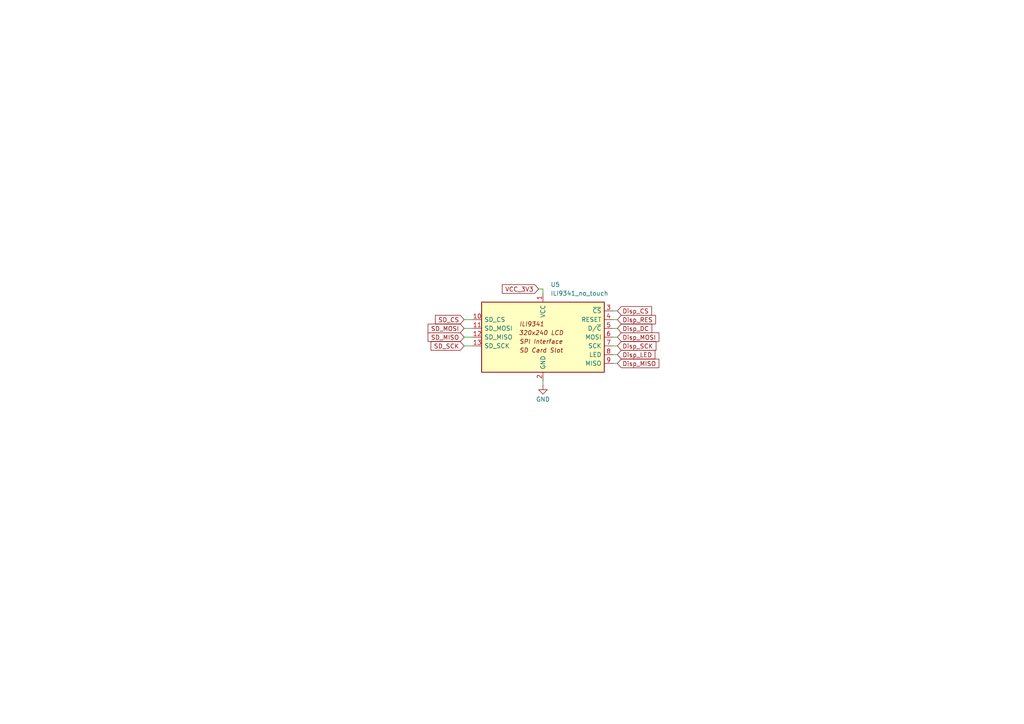
<source format=kicad_sch>
(kicad_sch (version 20231120) (generator "eeschema") (generator_version "8.0")
  (paper "A4")
  (lib_symbols
    (symbol "Thermostat:ILI9341_no_touch" (pin_names (offset 0.762))
      (property "Reference" "U" (at -17.526 13.97 0))
      (property "Value" "ILI9341_no_touch" (at 3.81 17.78 0))
      (symbol "ILI9341_no_touch_0_0"
        (text "320x240 LCD" (at -0.508 7.62 0) (effects (font (size 1.27 1.27) (italic yes))))
        (text "ILI9341" (at -6.858 10.16 0) (effects (font (size 1.27 1.27) (italic yes)) (justify left)))
        (text "SD Card Slot" (at -6.858 2.54 0) (effects (font (size 1.27 1.27) (italic yes)) (justify left)))
        (text "SPI Interface" (at -6.858 5.08 0) (effects (font (size 1.27 1.27) (italic yes)) (justify left)))
      )
      (symbol "ILI9341_no_touch_0_1"
        (rectangle (start -17.78 16.51) (end 17.78 -3.81) (stroke (width 0.254)) (fill (type background)))
      )
      (symbol "ILI9341_no_touch_1_1"
        (pin power_in line (at 0 19.05 270) (length 2.54) (name "VCC") (number "1"))
        (pin input line (at -20.32 11.43 0) (length 2.54) (name "SD_CS") (number "10"))
        (pin input line (at -20.32 8.89 0) (length 2.54) (name "SD_MOSI") (number "11"))
        (pin input line (at -20.32 6.35 0) (length 2.54) (name "SD_MISO") (number "12"))
        (pin input line (at -20.32 3.81 0) (length 2.54) (name "SD_SCK") (number "13"))
        (pin power_in line (at 0 -6.35 90) (length 2.54) (name "GND") (number "2"))
        (pin input line (at 20.32 13.97 180) (length 2.54) (name "~{CS}") (number "3"))
        (pin input line (at 20.32 11.43 180) (length 2.54) (name "RESET") (number "4"))
        (pin input line (at 20.32 8.89 180) (length 2.54) (name "D/~{C}") (number "5"))
        (pin input line (at 20.32 6.35 180) (length 2.54) (name "MOSI") (number "6"))
        (pin input line (at 20.32 3.81 180) (length 2.54) (name "SCK") (number "7"))
        (pin input line (at 20.32 1.27 180) (length 2.54) (name "LED") (number "8"))
        (pin input line (at 20.32 -1.27 180) (length 2.54) (name "MISO") (number "9"))
      )
    )
    (symbol "power:GND" (power) (pin_numbers hide) (pin_names (offset 0) hide)
      (property "Value" "GND" (at 0 -3.81 0))
      (symbol "GND_0_1"
        (polyline (pts (xy 0 0) (xy 0 -1.27) (xy 1.27 -1.27) (xy 0 -2.54) (xy -1.27 -1.27) (xy 0 -1.27)))
      )
      (symbol "GND_1_1"
        (pin power_in line (at 0 0 270) (length 0) (name "~") (number "1"))
      )
    )
  )
  (wire (pts (xy 157.48 83.82) (xy 157.48 85.09)))
  (wire (pts (xy 134.62 95.25) (xy 137.16 95.25)))
  (wire (pts (xy 179.07 95.25) (xy 177.8 95.25)))
  (wire (pts (xy 157.48 110.49) (xy 157.48 111.76)))
  (wire (pts (xy 179.07 100.33) (xy 177.8 100.33)))
  (wire (pts (xy 179.07 97.79) (xy 177.8 97.79)))
  (wire (pts (xy 156.21 83.82) (xy 157.48 83.82)))
  (wire (pts (xy 179.07 90.17) (xy 177.8 90.17)))
  (wire (pts (xy 179.07 102.87) (xy 177.8 102.87)))
  (wire (pts (xy 134.62 97.79) (xy 137.16 97.79)))
  (wire (pts (xy 134.62 92.71) (xy 137.16 92.71)))
  (wire (pts (xy 179.07 105.41) (xy 177.8 105.41)))
  (wire (pts (xy 134.62 100.33) (xy 137.16 100.33)))
  (wire (pts (xy 179.07 92.71) (xy 177.8 92.71)))
  (global_label "Disp_SCK" (shape input) (at 179.07 100.33 0) (property "Intersheetrefs" "${INTERSHEET_REFS}" (effects (hide yes))))
  (global_label "Disp_RES" (shape input) (at 179.07 92.71 0) (property "Intersheetrefs" "${INTERSHEET_REFS}" (effects (hide yes))))
  (global_label "SD_SCK" (shape input) (at 134.62 100.33 180) (property "Intersheetrefs" "${INTERSHEET_REFS}" (effects (hide yes))))
  (global_label "SD_MOSI" (shape input) (at 134.62 95.25 180) (property "Intersheetrefs" "${INTERSHEET_REFS}" (effects (hide yes))))
  (global_label "Disp_LED" (shape input) (at 179.07 102.87 0) (property "Intersheetrefs" "${INTERSHEET_REFS}" (effects (hide yes))))
  (global_label "VCC_3V3" (shape input) (at 156.21 83.82 180) (property "Intersheetrefs" "${INTERSHEET_REFS}" (effects (hide yes))))
  (global_label "Disp_MISO" (shape input) (at 179.07 105.41 0) (property "Intersheetrefs" "${INTERSHEET_REFS}" (effects (hide yes))))
  (global_label "Disp_CS" (shape input) (at 179.07 90.17 0) (property "Intersheetrefs" "${INTERSHEET_REFS}" (effects (hide yes))))
  (global_label "SD_MISO" (shape input) (at 134.62 97.79 180) (property "Intersheetrefs" "${INTERSHEET_REFS}" (effects (hide yes))))
  (global_label "Disp_MOSI" (shape input) (at 179.07 97.79 0) (property "Intersheetrefs" "${INTERSHEET_REFS}" (effects (hide yes))))
  (global_label "Disp_DC" (shape input) (at 179.07 95.25 0) (property "Intersheetrefs" "${INTERSHEET_REFS}" (effects (hide yes))))
  (global_label "SD_CS" (shape input) (at 134.62 92.71 180) (property "Intersheetrefs" "${INTERSHEET_REFS}" (effects (hide yes))))
  (symbol (lib_id "power:GND") (at 157.48 111.76 0) (unit 1)
    (property "Reference" "#PWR027" (effects (hide yes)))
    (property "Value" "GND" (at 157.48 115.824 0))
    (property "Description" "Power symbol creates a global label with name \"GND\" , ground" (effects (hide yes)))
  )
  (symbol (lib_id "Thermostat:ILI9341_no_touch") (at 157.48 104.14 0) (unit 1)
    (property "Reference" "U5" (at 159.6741 82.55 0) (effects (justify left)))
    (property "Value" "ILI9341_no_touch" (at 159.6741 85.09 0) (effects (justify left)))
    (property "Footprint" "Project:ILI9341_no_touch" (effects (hide yes)))
    (property "Datasheet" "http://pan.baidu.com/s/11Y990" (effects (hide yes)))
    (property "Description" "ILI9341 controller, SPI TFT LCD Display, 9-pin breakout PCB, 4-pin SD card interface, 5V/3.3V" (effects (hide yes)))
  )
)
</source>
